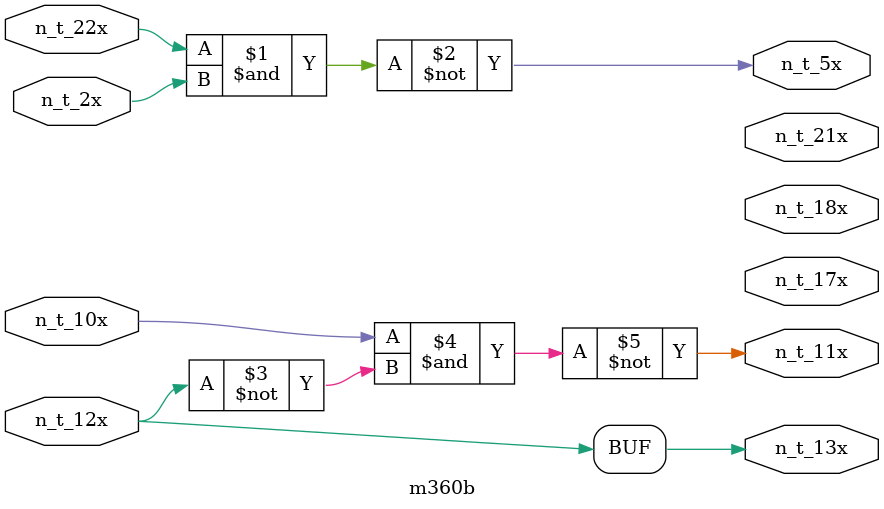
<source format=v>
module m360b (n_t_10x, n_t_12x, n_t_11x, n_t_13x, n_t_17x, n_t_18x, n_t_21x, n_t_22x, n_t_2x, n_t_5x);
input n_t_10x;
input n_t_12x;
output n_t_11x;
output n_t_13x;
output n_t_17x;
output n_t_18x;
output n_t_21x;
input n_t_22x;
input n_t_2x;
output n_t_5x;


assign n_t_13x = n_t_12x;
assign n_t_5x = ~(n_t_22x & n_t_2x);
// e2: sn7400 
assign n_t_11x = ~(n_t_10x & ~n_t_12x);
// open collector 'wire-or's 
endmodule

</source>
